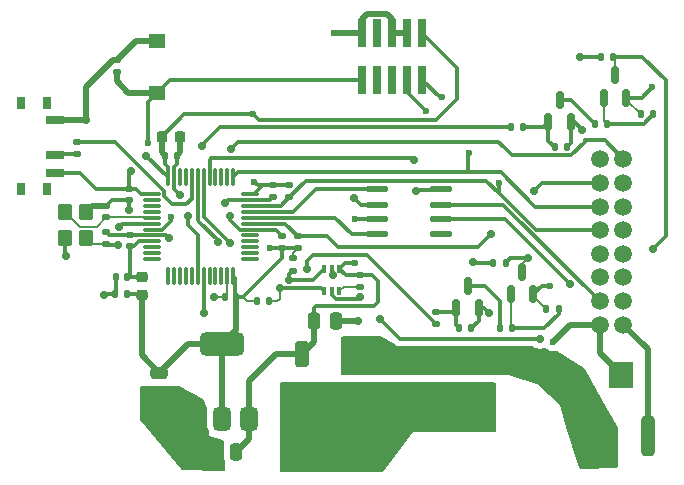
<source format=gbr>
%TF.GenerationSoftware,KiCad,Pcbnew,9.0.2*%
%TF.CreationDate,2025-06-28T10:42:52+02:00*%
%TF.ProjectId,canbox2,63616e62-6f78-4322-9e6b-696361645f70,rev?*%
%TF.SameCoordinates,Original*%
%TF.FileFunction,Copper,L1,Top*%
%TF.FilePolarity,Positive*%
%FSLAX46Y46*%
G04 Gerber Fmt 4.6, Leading zero omitted, Abs format (unit mm)*
G04 Created by KiCad (PCBNEW 9.0.2) date 2025-06-28 10:42:52*
%MOMM*%
%LPD*%
G01*
G04 APERTURE LIST*
G04 Aperture macros list*
%AMRoundRect*
0 Rectangle with rounded corners*
0 $1 Rounding radius*
0 $2 $3 $4 $5 $6 $7 $8 $9 X,Y pos of 4 corners*
0 Add a 4 corners polygon primitive as box body*
4,1,4,$2,$3,$4,$5,$6,$7,$8,$9,$2,$3,0*
0 Add four circle primitives for the rounded corners*
1,1,$1+$1,$2,$3*
1,1,$1+$1,$4,$5*
1,1,$1+$1,$6,$7*
1,1,$1+$1,$8,$9*
0 Add four rect primitives between the rounded corners*
20,1,$1+$1,$2,$3,$4,$5,0*
20,1,$1+$1,$4,$5,$6,$7,0*
20,1,$1+$1,$6,$7,$8,$9,0*
20,1,$1+$1,$8,$9,$2,$3,0*%
G04 Aperture macros list end*
%TA.AperFunction,SMDPad,CuDef*%
%ADD10RoundRect,0.250000X-0.650000X0.325000X-0.650000X-0.325000X0.650000X-0.325000X0.650000X0.325000X0*%
%TD*%
%TA.AperFunction,SMDPad,CuDef*%
%ADD11RoundRect,0.250000X0.250000X0.475000X-0.250000X0.475000X-0.250000X-0.475000X0.250000X-0.475000X0*%
%TD*%
%TA.AperFunction,SMDPad,CuDef*%
%ADD12RoundRect,0.135000X-0.135000X-0.185000X0.135000X-0.185000X0.135000X0.185000X-0.135000X0.185000X0*%
%TD*%
%TA.AperFunction,SMDPad,CuDef*%
%ADD13RoundRect,0.075000X-0.662500X-0.075000X0.662500X-0.075000X0.662500X0.075000X-0.662500X0.075000X0*%
%TD*%
%TA.AperFunction,SMDPad,CuDef*%
%ADD14RoundRect,0.075000X-0.075000X-0.662500X0.075000X-0.662500X0.075000X0.662500X-0.075000X0.662500X0*%
%TD*%
%TA.AperFunction,SMDPad,CuDef*%
%ADD15RoundRect,0.140000X0.170000X-0.140000X0.170000X0.140000X-0.170000X0.140000X-0.170000X-0.140000X0*%
%TD*%
%TA.AperFunction,SMDPad,CuDef*%
%ADD16RoundRect,0.150000X0.150000X-0.587500X0.150000X0.587500X-0.150000X0.587500X-0.150000X-0.587500X0*%
%TD*%
%TA.AperFunction,SMDPad,CuDef*%
%ADD17RoundRect,0.135000X0.135000X0.185000X-0.135000X0.185000X-0.135000X-0.185000X0.135000X-0.185000X0*%
%TD*%
%TA.AperFunction,SMDPad,CuDef*%
%ADD18RoundRect,0.100000X-0.100000X0.225000X-0.100000X-0.225000X0.100000X-0.225000X0.100000X0.225000X0*%
%TD*%
%TA.AperFunction,SMDPad,CuDef*%
%ADD19RoundRect,0.250000X-0.475000X0.250000X-0.475000X-0.250000X0.475000X-0.250000X0.475000X0.250000X0*%
%TD*%
%TA.AperFunction,SMDPad,CuDef*%
%ADD20RoundRect,0.135000X0.185000X-0.135000X0.185000X0.135000X-0.185000X0.135000X-0.185000X-0.135000X0*%
%TD*%
%TA.AperFunction,SMDPad,CuDef*%
%ADD21RoundRect,0.140000X-0.140000X-0.170000X0.140000X-0.170000X0.140000X0.170000X-0.140000X0.170000X0*%
%TD*%
%TA.AperFunction,SMDPad,CuDef*%
%ADD22RoundRect,0.250000X-0.312500X-1.450000X0.312500X-1.450000X0.312500X1.450000X-0.312500X1.450000X0*%
%TD*%
%TA.AperFunction,SMDPad,CuDef*%
%ADD23R,0.800000X1.000000*%
%TD*%
%TA.AperFunction,SMDPad,CuDef*%
%ADD24R,1.500000X0.700000*%
%TD*%
%TA.AperFunction,SMDPad,CuDef*%
%ADD25RoundRect,0.140000X-0.170000X0.140000X-0.170000X-0.140000X0.170000X-0.140000X0.170000X0.140000X0*%
%TD*%
%TA.AperFunction,SMDPad,CuDef*%
%ADD26RoundRect,0.135000X-0.185000X0.135000X-0.185000X-0.135000X0.185000X-0.135000X0.185000X0.135000X0*%
%TD*%
%TA.AperFunction,SMDPad,CuDef*%
%ADD27RoundRect,0.250000X-0.250000X-0.475000X0.250000X-0.475000X0.250000X0.475000X-0.250000X0.475000X0*%
%TD*%
%TA.AperFunction,SMDPad,CuDef*%
%ADD28O,1.950000X0.570000*%
%TD*%
%TA.AperFunction,SMDPad,CuDef*%
%ADD29RoundRect,0.140000X0.140000X0.170000X-0.140000X0.170000X-0.140000X-0.170000X0.140000X-0.170000X0*%
%TD*%
%TA.AperFunction,SMDPad,CuDef*%
%ADD30R,0.740000X2.400000*%
%TD*%
%TA.AperFunction,SMDPad,CuDef*%
%ADD31RoundRect,0.225000X-0.225000X-0.250000X0.225000X-0.250000X0.225000X0.250000X-0.225000X0.250000X0*%
%TD*%
%TA.AperFunction,SMDPad,CuDef*%
%ADD32R,2.050000X2.240000*%
%TD*%
%TA.AperFunction,SMDPad,CuDef*%
%ADD33RoundRect,0.375000X0.375000X-0.625000X0.375000X0.625000X-0.375000X0.625000X-0.375000X-0.625000X0*%
%TD*%
%TA.AperFunction,SMDPad,CuDef*%
%ADD34RoundRect,0.500000X1.400000X-0.500000X1.400000X0.500000X-1.400000X0.500000X-1.400000X-0.500000X0*%
%TD*%
%TA.AperFunction,SMDPad,CuDef*%
%ADD35R,1.360000X1.230000*%
%TD*%
%TA.AperFunction,SMDPad,CuDef*%
%ADD36RoundRect,0.250000X-0.350000X0.450000X-0.350000X-0.450000X0.350000X-0.450000X0.350000X0.450000X0*%
%TD*%
%TA.AperFunction,SMDPad,CuDef*%
%ADD37RoundRect,0.250000X-0.350000X0.850000X-0.350000X-0.850000X0.350000X-0.850000X0.350000X0.850000X0*%
%TD*%
%TA.AperFunction,SMDPad,CuDef*%
%ADD38RoundRect,0.249997X-2.650003X2.950003X-2.650003X-2.950003X2.650003X-2.950003X2.650003X2.950003X0*%
%TD*%
%TA.AperFunction,ComponentPad*%
%ADD39C,1.520000*%
%TD*%
%TA.AperFunction,SMDPad,CuDef*%
%ADD40RoundRect,0.218750X-0.256250X0.218750X-0.256250X-0.218750X0.256250X-0.218750X0.256250X0.218750X0*%
%TD*%
%TA.AperFunction,ViaPad*%
%ADD41C,0.600000*%
%TD*%
%TA.AperFunction,ViaPad*%
%ADD42C,0.700000*%
%TD*%
%TA.AperFunction,Conductor*%
%ADD43C,0.500000*%
%TD*%
%TA.AperFunction,Conductor*%
%ADD44C,0.300000*%
%TD*%
%TA.AperFunction,Conductor*%
%ADD45C,0.200000*%
%TD*%
G04 APERTURE END LIST*
D10*
%TO.P,C18,1*%
%TO.N,+12V*%
X72100000Y-83050000D03*
%TO.P,C18,2*%
%TO.N,GND*%
X72100000Y-86000000D03*
%TD*%
D11*
%TO.P,C12,1*%
%TO.N,+5V*%
X51300000Y-90900000D03*
%TO.P,C12,2*%
%TO.N,GND*%
X49400000Y-90900000D03*
%TD*%
D12*
%TO.P,R6,1*%
%TO.N,/GPIO_ACC*%
X74580000Y-63400000D03*
%TO.P,R6,2*%
%TO.N,Net-(Q1-B)*%
X75600000Y-63400000D03*
%TD*%
D13*
%TO.P,U1,1,VBAT*%
%TO.N,+3.3V*%
X44137500Y-69050000D03*
%TO.P,U1,2,PC13*%
%TO.N,unconnected-(U1-PC13-Pad2)*%
X44137500Y-69550000D03*
%TO.P,U1,3,PC14*%
%TO.N,unconnected-(U1-PC14-Pad3)*%
X44137500Y-70050000D03*
%TO.P,U1,4,PC15*%
%TO.N,unconnected-(U1-PC15-Pad4)*%
X44137500Y-70550000D03*
%TO.P,U1,5,PD0*%
%TO.N,/HSE_IN*%
X44137500Y-71050000D03*
%TO.P,U1,6,PD1*%
%TO.N,/HSE_OUT*%
X44137500Y-71550000D03*
%TO.P,U1,7,NRST*%
%TO.N,/NRST*%
X44137500Y-72050000D03*
%TO.P,U1,8,VSSA*%
%TO.N,GND*%
X44137500Y-72550000D03*
%TO.P,U1,9,VDDA*%
%TO.N,+3.3VA*%
X44137500Y-73050000D03*
%TO.P,U1,10,PA0*%
%TO.N,unconnected-(U1-PA0-Pad10)*%
X44137500Y-73550000D03*
%TO.P,U1,11,PA1*%
%TO.N,unconnected-(U1-PA1-Pad11)*%
X44137500Y-74050000D03*
%TO.P,U1,12,PA2*%
%TO.N,unconnected-(U1-PA2-Pad12)*%
X44137500Y-74550000D03*
D14*
%TO.P,U1,13,PA3*%
%TO.N,unconnected-(U1-PA3-Pad13)*%
X45550000Y-75962500D03*
%TO.P,U1,14,PA4*%
%TO.N,unconnected-(U1-PA4-Pad14)*%
X46050000Y-75962500D03*
%TO.P,U1,15,PA5*%
%TO.N,unconnected-(U1-PA5-Pad15)*%
X46550000Y-75962500D03*
%TO.P,U1,16,PA6*%
%TO.N,unconnected-(U1-PA6-Pad16)*%
X47050000Y-75962500D03*
%TO.P,U1,17,PA7*%
%TO.N,unconnected-(U1-PA7-Pad17)*%
X47550000Y-75962500D03*
%TO.P,U1,18,PB0*%
%TO.N,/GPIO_ACC*%
X48050000Y-75962500D03*
%TO.P,U1,19,PB1*%
%TO.N,/GPIO_ILL*%
X48550000Y-75962500D03*
%TO.P,U1,20,PB2*%
%TO.N,unconnected-(U1-PB2-Pad20)*%
X49050000Y-75962500D03*
%TO.P,U1,21,PB10*%
%TO.N,unconnected-(U1-PB10-Pad21)*%
X49550000Y-75962500D03*
%TO.P,U1,22,PB11*%
%TO.N,unconnected-(U1-PB11-Pad22)*%
X50050000Y-75962500D03*
%TO.P,U1,23,VSS*%
%TO.N,GND*%
X50550000Y-75962500D03*
%TO.P,U1,24,VDD*%
%TO.N,+3.3V*%
X51050000Y-75962500D03*
D13*
%TO.P,U1,25,PB12*%
%TO.N,unconnected-(U1-PB12-Pad25)*%
X52462500Y-74550000D03*
%TO.P,U1,26,PB13*%
%TO.N,unconnected-(U1-PB13-Pad26)*%
X52462500Y-74050000D03*
%TO.P,U1,27,PB14*%
%TO.N,unconnected-(U1-PB14-Pad27)*%
X52462500Y-73550000D03*
%TO.P,U1,28,PB15*%
%TO.N,unconnected-(U1-PB15-Pad28)*%
X52462500Y-73050000D03*
%TO.P,U1,29,PA8*%
%TO.N,unconnected-(U1-PA8-Pad29)*%
X52462500Y-72550000D03*
%TO.P,U1,30,PA9*%
%TO.N,/USART1_TX*%
X52462500Y-72050000D03*
%TO.P,U1,31,PA10*%
%TO.N,/USART1_RX*%
X52462500Y-71550000D03*
%TO.P,U1,32,PA11*%
%TO.N,/CANRX*%
X52462500Y-71050000D03*
%TO.P,U1,33,PA12*%
%TO.N,/CANTX*%
X52462500Y-70550000D03*
%TO.P,U1,34,PA13*%
%TO.N,/SWDIO*%
X52462500Y-70050000D03*
%TO.P,U1,35,VSS*%
%TO.N,GND*%
X52462500Y-69550000D03*
%TO.P,U1,36,VDD*%
%TO.N,+3.3V*%
X52462500Y-69050000D03*
D14*
%TO.P,U1,37,PA14*%
%TO.N,/SWCLK*%
X51050000Y-67637500D03*
%TO.P,U1,38,PA15*%
%TO.N,unconnected-(U1-PA15-Pad38)*%
X50550000Y-67637500D03*
%TO.P,U1,39,PB3*%
%TO.N,unconnected-(U1-PB3-Pad39)*%
X50050000Y-67637500D03*
%TO.P,U1,40,PB4*%
%TO.N,unconnected-(U1-PB4-Pad40)*%
X49550000Y-67637500D03*
%TO.P,U1,41,PB5*%
%TO.N,/CANSTB*%
X49050000Y-67637500D03*
%TO.P,U1,42,PB6*%
%TO.N,/I2C1_SCL*%
X48550000Y-67637500D03*
%TO.P,U1,43,PB7*%
%TO.N,/I2C1_SCDA*%
X48050000Y-67637500D03*
%TO.P,U1,44,BOOT0*%
%TO.N,/BOOT0*%
X47550000Y-67637500D03*
%TO.P,U1,45,PB8*%
%TO.N,unconnected-(U1-PB8-Pad45)*%
X47050000Y-67637500D03*
%TO.P,U1,46,PB9*%
%TO.N,unconnected-(U1-PB9-Pad46)*%
X46550000Y-67637500D03*
%TO.P,U1,47,VSS*%
%TO.N,GND*%
X46050000Y-67637500D03*
%TO.P,U1,48,VDD*%
%TO.N,+3.3V*%
X45550000Y-67637500D03*
%TD*%
D15*
%TO.P,C11,1*%
%TO.N,/HSE_OUT*%
X40300000Y-73260000D03*
%TO.P,C11,2*%
%TO.N,GND*%
X40300000Y-72300000D03*
%TD*%
D16*
%TO.P,Q2,1,G*%
%TO.N,Net-(Q2-G)*%
X82450000Y-60875000D03*
%TO.P,Q2,2,S*%
%TO.N,+12V*%
X84350000Y-60875000D03*
%TO.P,Q2,3,D*%
%TO.N,/ACC*%
X83400000Y-59000000D03*
%TD*%
%TO.P,Q1,1,B*%
%TO.N,Net-(Q1-B)*%
X77750000Y-62975000D03*
%TO.P,Q1,2,E*%
%TO.N,GND*%
X79650000Y-62975000D03*
%TO.P,Q1,3,C*%
%TO.N,Net-(Q1-C)*%
X78700000Y-61100000D03*
%TD*%
D15*
%TO.P,C9,1*%
%TO.N,/NRST*%
X41200000Y-58680000D03*
%TO.P,C9,2*%
%TO.N,GND*%
X41200000Y-57720000D03*
%TD*%
D17*
%TO.P,R14,1*%
%TO.N,Net-(Q4-G)*%
X78600000Y-78800000D03*
%TO.P,R14,2*%
%TO.N,+12V*%
X77580000Y-78800000D03*
%TD*%
D18*
%TO.P,U6,1,VDD*%
%TO.N,+5V*%
X60050000Y-75350000D03*
%TO.P,U6,2,VSS*%
%TO.N,GND*%
X59400000Y-75350000D03*
%TO.P,U6,3,SCL*%
%TO.N,/I2C1_SCL*%
X58750000Y-75350000D03*
%TO.P,U6,4,SDA*%
%TO.N,/I2C1_SCDA*%
X58750000Y-77250000D03*
%TO.P,U6,5,W*%
%TO.N,/SWC*%
X59400000Y-77250000D03*
%TO.P,U6,6,A*%
%TO.N,Net-(U6-A)*%
X60050000Y-77250000D03*
%TD*%
D15*
%TO.P,C6,1*%
%TO.N,+3.3VA*%
X42300000Y-73460000D03*
%TO.P,C6,2*%
%TO.N,GND*%
X42300000Y-72500000D03*
%TD*%
D17*
%TO.P,R10,1*%
%TO.N,Net-(Q2-G)*%
X86620000Y-62300000D03*
%TO.P,R10,2*%
%TO.N,+12V*%
X85600000Y-62300000D03*
%TD*%
D19*
%TO.P,C13,1*%
%TO.N,+3.3V*%
X44800000Y-84200000D03*
%TO.P,C13,2*%
%TO.N,GND*%
X44800000Y-86100000D03*
%TD*%
D20*
%TO.P,R1,1*%
%TO.N,/SW_BOOT0*%
X37820000Y-65620000D03*
%TO.P,R1,2*%
%TO.N,/BOOT0*%
X37820000Y-64600000D03*
%TD*%
D10*
%TO.P,C16,1*%
%TO.N,+12V*%
X69500000Y-83050000D03*
%TO.P,C16,2*%
%TO.N,GND*%
X69500000Y-86000000D03*
%TD*%
D21*
%TO.P,C2,1*%
%TO.N,+3.3V*%
X45320000Y-65800000D03*
%TO.P,C2,2*%
%TO.N,GND*%
X46280000Y-65800000D03*
%TD*%
D20*
%TO.P,R4,1*%
%TO.N,+3.3V*%
X55200000Y-73600000D03*
%TO.P,R4,2*%
%TO.N,/USART1_TX*%
X55200000Y-72580000D03*
%TD*%
D10*
%TO.P,C17,1*%
%TO.N,+12V*%
X66700000Y-83050000D03*
%TO.P,C17,2*%
%TO.N,GND*%
X66700000Y-86000000D03*
%TD*%
D22*
%TO.P,F1,1*%
%TO.N,+12V*%
X81900000Y-89500000D03*
%TO.P,F1,2*%
%TO.N,VCAR*%
X86175000Y-89500000D03*
%TD*%
D23*
%TO.P,SW1,*%
%TO.N,*%
X35300000Y-61350000D03*
X33090000Y-61350000D03*
X35300000Y-68650000D03*
X33090000Y-68650000D03*
D24*
%TO.P,SW1,1,A*%
%TO.N,GND*%
X35950000Y-62750000D03*
%TO.P,SW1,2,B*%
%TO.N,/SW_BOOT0*%
X35950000Y-65750000D03*
%TO.P,SW1,3,C*%
%TO.N,+3.3V*%
X35950000Y-67250000D03*
%TD*%
D25*
%TO.P,C3,1*%
%TO.N,+3.3V*%
X54400000Y-68320000D03*
%TO.P,C3,2*%
%TO.N,GND*%
X54400000Y-69280000D03*
%TD*%
D26*
%TO.P,R16,1*%
%TO.N,+3.3V*%
X56100000Y-74500000D03*
%TO.P,R16,2*%
%TO.N,/I2C1_SCL*%
X56100000Y-75520000D03*
%TD*%
D27*
%TO.P,C15,1*%
%TO.N,+5V*%
X57900000Y-79800000D03*
%TO.P,C15,2*%
%TO.N,GND*%
X59800000Y-79800000D03*
%TD*%
D12*
%TO.P,R7,1*%
%TO.N,Net-(Q1-B)*%
X78280000Y-65100000D03*
%TO.P,R7,2*%
%TO.N,GND*%
X79300000Y-65100000D03*
%TD*%
D28*
%TO.P,U3,1,TXD*%
%TO.N,/CANTX*%
X63190000Y-68654995D03*
%TO.P,U3,2,GND*%
%TO.N,GND*%
X63190000Y-69934995D03*
%TO.P,U3,3,VCC*%
%TO.N,+5V*%
X63190000Y-71194995D03*
%TO.P,U3,4,RXD*%
%TO.N,/CANRX*%
X63190000Y-72464995D03*
%TO.P,U3,5,SPLIT*%
%TO.N,unconnected-(U3-SPLIT-Pad5)*%
X68610000Y-72464995D03*
%TO.P,U3,6,CANL*%
%TO.N,/CANL*%
X68610000Y-71194995D03*
%TO.P,U3,7,CANH*%
%TO.N,/CANH*%
X68610000Y-69934995D03*
%TO.P,U3,8,STB*%
%TO.N,/CANSTB*%
X68610000Y-68654995D03*
%TD*%
D29*
%TO.P,C4,1*%
%TO.N,+3.3V*%
X51280000Y-77800000D03*
%TO.P,C4,2*%
%TO.N,GND*%
X50320000Y-77800000D03*
%TD*%
D26*
%TO.P,R5,1*%
%TO.N,+5V*%
X61800000Y-75880000D03*
%TO.P,R5,2*%
%TO.N,Net-(U6-A)*%
X61800000Y-76900000D03*
%TD*%
D29*
%TO.P,C8,1*%
%TO.N,+3.3V*%
X42030000Y-77550000D03*
%TO.P,C8,2*%
%TO.N,GND*%
X41070000Y-77550000D03*
%TD*%
D26*
%TO.P,R2,1*%
%TO.N,+3.3V*%
X55800000Y-68300000D03*
%TO.P,R2,2*%
%TO.N,/SWDIO*%
X55800000Y-69320000D03*
%TD*%
D12*
%TO.P,R17,1*%
%TO.N,+3.3V*%
X53080000Y-78100000D03*
%TO.P,R17,2*%
%TO.N,/I2C1_SCDA*%
X54100000Y-78100000D03*
%TD*%
D25*
%TO.P,C1,1*%
%TO.N,+3.3V*%
X42200000Y-68600000D03*
%TO.P,C1,2*%
%TO.N,GND*%
X42200000Y-69560000D03*
%TD*%
D12*
%TO.P,R8,1*%
%TO.N,Net-(Q1-C)*%
X81680000Y-63100000D03*
%TO.P,R8,2*%
%TO.N,Net-(Q2-G)*%
X82700000Y-63100000D03*
%TD*%
D30*
%TO.P,J1,1,VTref*%
%TO.N,+3.3V*%
X67040000Y-55450000D03*
%TO.P,J1,2,SWDIO/TMS*%
%TO.N,/SWDIO*%
X67040000Y-59350000D03*
%TO.P,J1,3,GND*%
%TO.N,GND*%
X65770000Y-55450000D03*
%TO.P,J1,4,SWCLK/TCK*%
%TO.N,/SWCLK*%
X65770000Y-59350000D03*
%TO.P,J1,5,GND*%
%TO.N,GND*%
X64500000Y-55450000D03*
%TO.P,J1,6,SWO/TDO*%
%TO.N,unconnected-(J1-SWO{slash}TDO-Pad6)*%
X64500000Y-59350000D03*
%TO.P,J1,7,KEY*%
%TO.N,unconnected-(J1-KEY-Pad7)*%
X63230000Y-55450000D03*
%TO.P,J1,8,NC/TDI*%
%TO.N,unconnected-(J1-NC{slash}TDI-Pad8)*%
X63230000Y-59350000D03*
%TO.P,J1,9,GNDDetect*%
%TO.N,GND*%
X61960000Y-55450000D03*
%TO.P,J1,10,~{RESET}*%
%TO.N,/NRST*%
X61960000Y-59350000D03*
%TD*%
D31*
%TO.P,C5,1*%
%TO.N,+3.3V*%
X45025000Y-64200000D03*
%TO.P,C5,2*%
%TO.N,GND*%
X46575000Y-64200000D03*
%TD*%
D20*
%TO.P,R11,1*%
%TO.N,/GPIO_ILL*%
X68200000Y-80020000D03*
%TO.P,R11,2*%
%TO.N,Net-(Q3-B)*%
X68200000Y-79000000D03*
%TD*%
D15*
%TO.P,C10,1*%
%TO.N,/HSE_IN*%
X40300000Y-71010000D03*
%TO.P,C10,2*%
%TO.N,GND*%
X40300000Y-70050000D03*
%TD*%
D32*
%TO.P,D1,1,K*%
%TO.N,GND*%
X83900000Y-84400000D03*
%TO.P,D1,2,A*%
%TO.N,+12V*%
X78720000Y-84400000D03*
%TD*%
D33*
%TO.P,U2,1,GND*%
%TO.N,GND*%
X47800000Y-88050000D03*
%TO.P,U2,2,VO*%
%TO.N,+3.3V*%
X50100000Y-88050000D03*
D34*
X50100000Y-81750000D03*
D33*
%TO.P,U2,3,VI*%
%TO.N,+5V*%
X52400000Y-88050000D03*
%TD*%
D12*
%TO.P,R12,1*%
%TO.N,Net-(Q3-B)*%
X70200000Y-80400000D03*
%TO.P,R12,2*%
%TO.N,GND*%
X71220000Y-80400000D03*
%TD*%
D16*
%TO.P,Q4,1,G*%
%TO.N,Net-(Q4-G)*%
X74550000Y-77537500D03*
%TO.P,Q4,2,S*%
%TO.N,+12V*%
X76450000Y-77537500D03*
%TO.P,Q4,3,D*%
%TO.N,/ILL*%
X75500000Y-75662500D03*
%TD*%
D35*
%TO.P,SW2,1,1*%
%TO.N,GND*%
X44600000Y-56120000D03*
%TO.P,SW2,2,2*%
%TO.N,/NRST*%
X44600000Y-60480000D03*
%TD*%
D36*
%TO.P,Y1,1,1*%
%TO.N,/HSE_IN*%
X36850000Y-70600000D03*
%TO.P,Y1,2,2*%
%TO.N,GND*%
X36850000Y-72800000D03*
%TO.P,Y1,3,3*%
%TO.N,/HSE_OUT*%
X38550000Y-72800000D03*
%TO.P,Y1,4,4*%
%TO.N,GND*%
X38550000Y-70600000D03*
%TD*%
D16*
%TO.P,Q3,1,B*%
%TO.N,Net-(Q3-B)*%
X69950000Y-78675000D03*
%TO.P,Q3,2,E*%
%TO.N,GND*%
X71850000Y-78675000D03*
%TO.P,Q3,3,C*%
%TO.N,Net-(Q3-C)*%
X70900000Y-76800000D03*
%TD*%
D19*
%TO.P,C14,1*%
%TO.N,+12V*%
X64100000Y-83700000D03*
%TO.P,C14,2*%
%TO.N,GND*%
X64100000Y-85600000D03*
%TD*%
D17*
%TO.P,R9,1*%
%TO.N,/ACC*%
X83200000Y-57400000D03*
%TO.P,R9,2*%
%TO.N,GND*%
X82180000Y-57400000D03*
%TD*%
D37*
%TO.P,U4,1,VI*%
%TO.N,+12V*%
X61407500Y-82600000D03*
D38*
%TO.P,U4,2,GND*%
%TO.N,GND*%
X59127500Y-88900000D03*
D37*
%TO.P,U4,3,VO*%
%TO.N,+5V*%
X56847500Y-82600000D03*
%TD*%
D39*
%TO.P,U5,1,1*%
%TO.N,/USART1_TX*%
X84100000Y-66100000D03*
%TO.P,U5,2,2*%
%TO.N,GND*%
X82100000Y-66100000D03*
%TO.P,U5,3,3*%
%TO.N,unconnected-(U5-Pad3)*%
X84100000Y-68100000D03*
%TO.P,U5,4,4*%
%TO.N,/USART1_RX*%
X82100000Y-68100000D03*
%TO.P,U5,5,5*%
%TO.N,unconnected-(U5-Pad5)*%
X84100000Y-70100000D03*
%TO.P,U5,6,6*%
%TO.N,/SWCLK*%
X82100000Y-70100000D03*
%TO.P,U5,7,7*%
%TO.N,/SWC*%
X84100000Y-72100000D03*
%TO.P,U5,8,8*%
%TO.N,/SWDIO*%
X82100000Y-72100000D03*
%TO.P,U5,9,9*%
%TO.N,unconnected-(U5-Pad9)*%
X84100000Y-74100000D03*
%TO.P,U5,10,10*%
%TO.N,unconnected-(U5-Pad10)*%
X82100000Y-74100000D03*
%TO.P,U5,11,11*%
%TO.N,/ACC*%
X84100000Y-76100000D03*
%TO.P,U5,12,12*%
%TO.N,/ILL*%
X82100000Y-76100000D03*
%TO.P,U5,13,13*%
%TO.N,/CANL*%
X84100000Y-78100000D03*
%TO.P,U5,14,14*%
%TO.N,/CANH*%
X82100000Y-78100000D03*
%TO.P,U5,15,15*%
%TO.N,VCAR*%
X84100000Y-80100000D03*
%TO.P,U5,16,16*%
%TO.N,GND*%
X82100000Y-80100000D03*
%TD*%
D40*
%TO.P,FB1,1*%
%TO.N,+3.3VA*%
X43300000Y-76050000D03*
%TO.P,FB1,2*%
%TO.N,+3.3V*%
X43300000Y-77625000D03*
%TD*%
D29*
%TO.P,C7,1*%
%TO.N,+3.3VA*%
X42050000Y-76050000D03*
%TO.P,C7,2*%
%TO.N,GND*%
X41090000Y-76050000D03*
%TD*%
D17*
%TO.P,R15,1*%
%TO.N,/ILL*%
X74110000Y-74900000D03*
%TO.P,R15,2*%
%TO.N,GND*%
X73090000Y-74900000D03*
%TD*%
D20*
%TO.P,R3,1*%
%TO.N,+3.3V*%
X56500000Y-73620000D03*
%TO.P,R3,2*%
%TO.N,/USART1_RX*%
X56500000Y-72600000D03*
%TD*%
D12*
%TO.P,R13,1*%
%TO.N,Net-(Q3-C)*%
X73680000Y-80400000D03*
%TO.P,R13,2*%
%TO.N,Net-(Q4-G)*%
X74700000Y-80400000D03*
%TD*%
D41*
%TO.N,+3.3V*%
X52800000Y-68000000D03*
D42*
X43700000Y-65800000D03*
X42400000Y-67100000D03*
D41*
X54200000Y-73600000D03*
X52700000Y-62300000D03*
D42*
%TO.N,GND*%
X42200000Y-70360000D03*
X50400000Y-69800000D03*
X71400000Y-74800000D03*
D41*
X72100000Y-87400000D03*
D42*
X47200000Y-91000000D03*
X49400000Y-77800000D03*
X44300000Y-88000000D03*
X36900000Y-74300000D03*
X40100000Y-77600000D03*
D41*
X66700000Y-87200000D03*
X63600000Y-88900000D03*
D42*
X61600000Y-79800000D03*
X46554000Y-69100000D03*
X38620000Y-62800000D03*
X59463891Y-75913885D03*
X80600000Y-63600000D03*
X80400000Y-57400000D03*
X61300000Y-69400000D03*
X45600000Y-72800000D03*
D41*
X64100000Y-86900000D03*
X69500000Y-87400000D03*
D42*
X72700000Y-79100000D03*
D41*
X78150000Y-81550000D03*
X59600000Y-55400000D03*
%TO.N,/NRST*%
X45800000Y-71000000D03*
X43800000Y-64700000D03*
D42*
%TO.N,/HSE_OUT*%
X41400000Y-71800000D03*
X41300000Y-73400000D03*
D41*
%TO.N,+5V*%
X61400000Y-71200000D03*
X61400000Y-74900000D03*
%TO.N,/SWCLK*%
X71000000Y-65600000D03*
X67400000Y-62000000D03*
D42*
%TO.N,/I2C1_SCL*%
X50800000Y-73200000D03*
X55800000Y-76300000D03*
%TO.N,/GPIO_ACC*%
X47200000Y-70900000D03*
X48400000Y-65000000D03*
D41*
%TO.N,+12V*%
X86500000Y-60000000D03*
X77900000Y-76800000D03*
D42*
X74400000Y-82300000D03*
%TO.N,/CANSTB*%
X66400000Y-66200000D03*
X66500000Y-68800000D03*
%TO.N,/USART1_RX*%
X76500000Y-68800000D03*
X72900000Y-72400000D03*
%TO.N,/I2C1_SCDA*%
X49755025Y-73144975D03*
X55000000Y-77000000D03*
D41*
%TO.N,/SWDIO*%
X73600000Y-68100000D03*
X68750000Y-60850000D03*
D42*
%TO.N,/USART1_TX*%
X50900000Y-65200000D03*
X50800000Y-70900000D03*
%TO.N,/GPIO_ILL*%
X57300000Y-75400000D03*
X48600000Y-79100000D03*
%TO.N,/ACC*%
X86600000Y-73700000D03*
%TO.N,/ILL*%
X76000000Y-74500000D03*
%TO.N,/CANL*%
X79600000Y-76700000D03*
%TO.N,/SWC*%
X61800000Y-77800000D03*
X63500000Y-79600000D03*
X77000000Y-81300000D03*
%TD*%
D43*
%TO.N,+3.3V*%
X51280000Y-80570000D02*
X51280000Y-77800000D01*
D44*
X70000000Y-61000000D02*
X68200000Y-62800000D01*
D43*
X43300000Y-82700000D02*
X44800000Y-84200000D01*
X45025000Y-64200000D02*
X45025000Y-65505000D01*
D44*
X38070000Y-67250000D02*
X39420000Y-68600000D01*
D43*
X47250000Y-81750000D02*
X44800000Y-84200000D01*
D44*
X55200000Y-74500000D02*
X55200000Y-73600000D01*
X45550000Y-67637500D02*
X45537500Y-67637500D01*
X67040000Y-55450000D02*
X70000000Y-58410000D01*
X39420000Y-68600000D02*
X42420000Y-68600000D01*
X45550000Y-67637500D02*
X45550000Y-66750000D01*
X51050000Y-75962500D02*
X51200000Y-76112500D01*
X42030000Y-77550000D02*
X43225000Y-77550000D01*
D45*
X56100000Y-74020000D02*
X56500000Y-73620000D01*
D44*
X52462500Y-69050000D02*
X52850000Y-69050000D01*
X44137500Y-69050000D02*
X43250000Y-69050000D01*
X55200000Y-73600000D02*
X54200000Y-73600000D01*
X46925000Y-62300000D02*
X45025000Y-64200000D01*
X45320000Y-66520000D02*
X45320000Y-65800000D01*
X35950000Y-67250000D02*
X38070000Y-67250000D01*
X53200000Y-62800000D02*
X52700000Y-62300000D01*
D43*
X50100000Y-81750000D02*
X51280000Y-80570000D01*
D44*
X53580000Y-68320000D02*
X54400000Y-68320000D01*
X45537500Y-67637500D02*
X43700000Y-65800000D01*
X70000000Y-58410000D02*
X70000000Y-61000000D01*
D45*
X52200000Y-78100000D02*
X51900000Y-77800000D01*
D44*
X52700000Y-62300000D02*
X46925000Y-62300000D01*
D45*
X53080000Y-78100000D02*
X52200000Y-78100000D01*
D44*
X53120000Y-68320000D02*
X52800000Y-68000000D01*
D43*
X50350000Y-88050000D02*
X50400000Y-88100000D01*
D44*
X51200000Y-76112500D02*
X51200000Y-77720000D01*
X45550000Y-66750000D02*
X45320000Y-66520000D01*
X51280000Y-77800000D02*
X51900000Y-77800000D01*
X51900000Y-77800000D02*
X55200000Y-74500000D01*
X42800000Y-68600000D02*
X42200000Y-68600000D01*
X56500000Y-73620000D02*
X55220000Y-73620000D01*
D43*
X50100000Y-88050000D02*
X50350000Y-88050000D01*
D44*
X43250000Y-69050000D02*
X42800000Y-68600000D01*
D45*
X56100000Y-74500000D02*
X56100000Y-74020000D01*
D44*
X68200000Y-62800000D02*
X53200000Y-62800000D01*
X54400000Y-68320000D02*
X53120000Y-68320000D01*
X51200000Y-77720000D02*
X51280000Y-77800000D01*
D43*
X45025000Y-65505000D02*
X45320000Y-65800000D01*
D44*
X55780000Y-68320000D02*
X55800000Y-68300000D01*
D43*
X50100000Y-81750000D02*
X47250000Y-81750000D01*
D44*
X43600000Y-65700000D02*
X43700000Y-65800000D01*
X42200000Y-68600000D02*
X42200000Y-67300000D01*
X42200000Y-67300000D02*
X42400000Y-67100000D01*
X55200000Y-73600000D02*
X55220000Y-73620000D01*
D43*
X43300000Y-77625000D02*
X43300000Y-82700000D01*
D44*
X52850000Y-69050000D02*
X53580000Y-68320000D01*
D43*
X50100000Y-81750000D02*
X50100000Y-88050000D01*
D44*
X54400000Y-68320000D02*
X55780000Y-68320000D01*
X43225000Y-77550000D02*
X43300000Y-77625000D01*
D43*
%TO.N,GND*%
X40890001Y-57720000D02*
X41200000Y-57720000D01*
D44*
X52462500Y-69550000D02*
X54130000Y-69550000D01*
X44137500Y-72550000D02*
X42350000Y-72550000D01*
D45*
X50320000Y-77800000D02*
X49400000Y-77800000D01*
D43*
X44300000Y-86600000D02*
X44300000Y-88000000D01*
X72100000Y-86000000D02*
X72100000Y-87400000D01*
D44*
X41090000Y-76050000D02*
X41090000Y-77530000D01*
X63190000Y-69934995D02*
X61834995Y-69934995D01*
X71850000Y-79770000D02*
X71220000Y-80400000D01*
D43*
X61960000Y-54248000D02*
X62409000Y-53799000D01*
D44*
X44137500Y-72550000D02*
X45350000Y-72550000D01*
D43*
X38570000Y-62750000D02*
X38620000Y-62800000D01*
X44600000Y-56120000D02*
X42800000Y-56120000D01*
D44*
X40500000Y-72500000D02*
X40300000Y-72300000D01*
X41070000Y-77550000D02*
X40150000Y-77550000D01*
D43*
X62409000Y-53799000D02*
X64051000Y-53799000D01*
D44*
X73090000Y-74900000D02*
X71500000Y-74900000D01*
D43*
X47800000Y-88050000D02*
X47800000Y-89300000D01*
D44*
X79650000Y-62975000D02*
X79975000Y-62975000D01*
D43*
X64100000Y-85600000D02*
X64100000Y-86900000D01*
X79600000Y-80100000D02*
X82100000Y-80100000D01*
D44*
X50650000Y-69550000D02*
X50400000Y-69800000D01*
X61834995Y-69934995D02*
X61300000Y-69400000D01*
D43*
X61960000Y-55450000D02*
X59650000Y-55450000D01*
D44*
X79975000Y-62975000D02*
X80600000Y-63600000D01*
X41090000Y-77530000D02*
X41070000Y-77550000D01*
X46050000Y-68596000D02*
X46554000Y-69100000D01*
D43*
X42800000Y-56120000D02*
X41200000Y-57720000D01*
D44*
X79650000Y-64750000D02*
X79300000Y-65100000D01*
X42200000Y-72500000D02*
X40500000Y-72500000D01*
X40790000Y-69560000D02*
X40300000Y-70050000D01*
D43*
X38620000Y-62800000D02*
X38620000Y-59990001D01*
X61960000Y-55450000D02*
X61960000Y-54248000D01*
X39100000Y-70050000D02*
X40300000Y-70050000D01*
X66700000Y-86000000D02*
X66700000Y-87200000D01*
X59127500Y-88900000D02*
X63600000Y-88900000D01*
D44*
X42200000Y-69560000D02*
X40790000Y-69560000D01*
X71850000Y-78675000D02*
X71850000Y-79770000D01*
X36850000Y-74250000D02*
X36900000Y-74300000D01*
D43*
X46575000Y-64200000D02*
X46575000Y-65505000D01*
D44*
X79650000Y-62975000D02*
X79650000Y-64750000D01*
D43*
X49400000Y-90900000D02*
X47300000Y-90900000D01*
D44*
X46280000Y-66520000D02*
X46280000Y-65800000D01*
X59400000Y-75350000D02*
X59400000Y-75849994D01*
D43*
X64500000Y-55450000D02*
X65770000Y-55450000D01*
X47300000Y-90900000D02*
X47200000Y-91000000D01*
D44*
X54130000Y-69550000D02*
X54400000Y-69280000D01*
D43*
X82100000Y-80100000D02*
X82100000Y-82500000D01*
D44*
X46050000Y-67637500D02*
X46050000Y-66750000D01*
D43*
X83900000Y-84300000D02*
X83900000Y-84400000D01*
X38620000Y-59990001D02*
X40890001Y-57720000D01*
X38550000Y-70600000D02*
X39100000Y-70050000D01*
X78150000Y-81550000D02*
X79600000Y-80100000D01*
D44*
X42350000Y-72550000D02*
X42300000Y-72500000D01*
D43*
X64051000Y-53799000D02*
X64500000Y-54248000D01*
D44*
X59400000Y-75849994D02*
X59463891Y-75913885D01*
X82180000Y-57400000D02*
X80400000Y-57400000D01*
X46050000Y-67637500D02*
X46050000Y-68596000D01*
X36850000Y-72800000D02*
X36850000Y-74250000D01*
D43*
X59650000Y-55450000D02*
X59600000Y-55400000D01*
D44*
X42200000Y-69560000D02*
X42200000Y-70360000D01*
X45350000Y-72550000D02*
X45600000Y-72800000D01*
X72275000Y-78675000D02*
X72700000Y-79100000D01*
X71500000Y-74900000D02*
X71400000Y-74800000D01*
X71850000Y-78675000D02*
X72275000Y-78675000D01*
D45*
X50320000Y-77800000D02*
X50550000Y-77570000D01*
D43*
X64500000Y-54248000D02*
X64500000Y-55450000D01*
X47800000Y-88050000D02*
X46750000Y-88050000D01*
X35950000Y-62750000D02*
X38570000Y-62750000D01*
D45*
X50550000Y-77570000D02*
X50550000Y-75962500D01*
D43*
X46750000Y-88050000D02*
X44800000Y-86100000D01*
X44800000Y-86100000D02*
X44300000Y-86600000D01*
X46575000Y-65505000D02*
X46280000Y-65800000D01*
X69500000Y-86000000D02*
X69500000Y-87400000D01*
X82100000Y-82500000D02*
X83900000Y-84300000D01*
X59800000Y-79800000D02*
X61600000Y-79800000D01*
D44*
X40150000Y-77550000D02*
X40100000Y-77600000D01*
X46050000Y-66750000D02*
X46280000Y-66520000D01*
D43*
X47800000Y-89300000D02*
X49400000Y-90900000D01*
D44*
X52462500Y-69550000D02*
X50650000Y-69550000D01*
%TO.N,+3.3VA*%
X43300000Y-76050000D02*
X42050000Y-76050000D01*
X42300000Y-73460000D02*
X42640000Y-73460000D01*
X42300000Y-73460000D02*
X42300000Y-75800000D01*
X42640000Y-73460000D02*
X43050000Y-73050000D01*
X42300000Y-75800000D02*
X42050000Y-76050000D01*
X43050000Y-73050000D02*
X44137500Y-73050000D01*
%TO.N,/NRST*%
X45800000Y-71300000D02*
X45800000Y-71000000D01*
D43*
X41200000Y-59500000D02*
X42180000Y-60480000D01*
X41200000Y-58680000D02*
X41200000Y-59500000D01*
X42180000Y-60480000D02*
X44600000Y-60480000D01*
D44*
X43800000Y-64700000D02*
X43800000Y-61280000D01*
X44137500Y-72050000D02*
X45050000Y-72050000D01*
X43800000Y-61280000D02*
X44600000Y-60480000D01*
X45050000Y-72050000D02*
X45800000Y-71300000D01*
X61960000Y-59350000D02*
X45730000Y-59350000D01*
X45730000Y-59350000D02*
X44600000Y-60480000D01*
D45*
%TO.N,/HSE_IN*%
X40300000Y-71010000D02*
X39510000Y-71800000D01*
X44097500Y-71010000D02*
X44137500Y-71050000D01*
X40300000Y-71010000D02*
X44097500Y-71010000D01*
X39510000Y-71800000D02*
X38050000Y-71800000D01*
X38050000Y-71800000D02*
X36850000Y-70600000D01*
%TO.N,/HSE_OUT*%
X40300000Y-73260000D02*
X39010000Y-73260000D01*
D44*
X41650000Y-71550000D02*
X41400000Y-71800000D01*
X41300000Y-73400000D02*
X40440000Y-73400000D01*
X44137500Y-71550000D02*
X41650000Y-71550000D01*
D45*
X39010000Y-73260000D02*
X38550000Y-72800000D01*
D44*
X40440000Y-73400000D02*
X40300000Y-73260000D01*
%TO.N,+5V*%
X60580000Y-75880000D02*
X60050000Y-75350000D01*
X61405005Y-71194995D02*
X61400000Y-71200000D01*
D43*
X56847500Y-82600000D02*
X54700000Y-82600000D01*
D44*
X58100000Y-78500000D02*
X57900000Y-78700000D01*
X61800000Y-75880000D02*
X62780000Y-75880000D01*
D43*
X57900000Y-81547500D02*
X56847500Y-82600000D01*
X57900000Y-79800000D02*
X57900000Y-81547500D01*
X52400000Y-84900000D02*
X52400000Y-88050000D01*
D44*
X61400000Y-74900000D02*
X60500000Y-74900000D01*
X63300000Y-78200000D02*
X63000000Y-78500000D01*
D43*
X54700000Y-82600000D02*
X52400000Y-84900000D01*
D44*
X57900000Y-78700000D02*
X57900000Y-79800000D01*
D43*
X56847500Y-82652500D02*
X56800000Y-82700000D01*
D44*
X60500000Y-74900000D02*
X60050000Y-75350000D01*
D43*
X56847500Y-82600000D02*
X56847500Y-82652500D01*
D44*
X63000000Y-78500000D02*
X58100000Y-78500000D01*
X61800000Y-75880000D02*
X60580000Y-75880000D01*
X62780000Y-75880000D02*
X63300000Y-76400000D01*
D43*
X52400000Y-89800000D02*
X51300000Y-90900000D01*
X52400000Y-88050000D02*
X52400000Y-89800000D01*
D44*
X63300000Y-76400000D02*
X63300000Y-78200000D01*
X63190000Y-71194995D02*
X61405005Y-71194995D01*
%TO.N,/BOOT0*%
X45226000Y-68796466D02*
X41029534Y-64600000D01*
X47550000Y-69450000D02*
X47100000Y-69900000D01*
X45900000Y-69900000D02*
X45226000Y-69226000D01*
X47550000Y-67637500D02*
X47550000Y-69450000D01*
X47100000Y-69900000D02*
X45900000Y-69900000D01*
X45226000Y-69226000D02*
X45226000Y-68796466D01*
X41029534Y-64600000D02*
X37820000Y-64600000D01*
%TO.N,/SW_BOOT0*%
X37820000Y-65620000D02*
X36080000Y-65620000D01*
X36080000Y-65620000D02*
X35950000Y-65750000D01*
%TO.N,/SWCLK*%
X73695607Y-67200000D02*
X76595607Y-70100000D01*
X70900000Y-67200000D02*
X73695607Y-67200000D01*
X51487500Y-67200000D02*
X70900000Y-67200000D01*
X71000000Y-65600000D02*
X70900000Y-65700000D01*
X70900000Y-65700000D02*
X70900000Y-67200000D01*
X76595607Y-70100000D02*
X82100000Y-70100000D01*
X65770000Y-60370000D02*
X67400000Y-62000000D01*
X65770000Y-59350000D02*
X65770000Y-60370000D01*
X51050000Y-67637500D02*
X51487500Y-67200000D01*
%TO.N,/I2C1_SCL*%
X48550000Y-70950000D02*
X50800000Y-73200000D01*
X48550000Y-67637500D02*
X48550000Y-70950000D01*
X55800000Y-76300000D02*
X57800000Y-76300000D01*
X55800000Y-76300000D02*
X55800000Y-75820000D01*
X57800000Y-76300000D02*
X58750000Y-75350000D01*
X55800000Y-75820000D02*
X56100000Y-75520000D01*
%TO.N,/GPIO_ACC*%
X47200000Y-71700000D02*
X47200000Y-70900000D01*
X48050000Y-75962500D02*
X48050000Y-72550000D01*
X48050000Y-72550000D02*
X47200000Y-71700000D01*
X48400000Y-64900000D02*
X48400000Y-65000000D01*
X49900000Y-63400000D02*
X48400000Y-64900000D01*
X74580000Y-63400000D02*
X49900000Y-63400000D01*
D43*
%TO.N,+12V*%
X66700000Y-83050000D02*
X64750000Y-83050000D01*
X64750000Y-83050000D02*
X64100000Y-83700000D01*
D44*
X86500000Y-60000000D02*
X85625000Y-60875000D01*
D43*
X77370000Y-83050000D02*
X78720000Y-84400000D01*
X74500000Y-82400000D02*
X74400000Y-82300000D01*
D45*
X76450000Y-77670000D02*
X77580000Y-78800000D01*
D43*
X72100000Y-83050000D02*
X74500000Y-83050000D01*
D44*
X77900000Y-76800000D02*
X77187500Y-76800000D01*
D45*
X84350000Y-60875000D02*
X84350000Y-61050000D01*
D43*
X66700000Y-83050000D02*
X72100000Y-83050000D01*
D45*
X76450000Y-77537500D02*
X76450000Y-77670000D01*
D43*
X61407500Y-82600000D02*
X63000000Y-82600000D01*
D45*
X84350000Y-61050000D02*
X85600000Y-62300000D01*
D44*
X85625000Y-60875000D02*
X84350000Y-60875000D01*
D43*
X74500000Y-83050000D02*
X77370000Y-83050000D01*
X63000000Y-82600000D02*
X64100000Y-83700000D01*
D44*
X77187500Y-76800000D02*
X76450000Y-77537500D01*
D43*
X81900000Y-87580000D02*
X78720000Y-84400000D01*
X74500000Y-83050000D02*
X74500000Y-82400000D01*
X81900000Y-89500000D02*
X81900000Y-87580000D01*
D44*
%TO.N,Net-(Q1-B)*%
X75600000Y-63400000D02*
X77325000Y-63400000D01*
X77750000Y-62975000D02*
X77750000Y-64570000D01*
X77750000Y-64570000D02*
X78280000Y-65100000D01*
X77325000Y-63400000D02*
X77750000Y-62975000D01*
%TO.N,/CANSTB*%
X66200000Y-66000000D02*
X49200000Y-66000000D01*
X49050000Y-66150000D02*
X49050000Y-67637500D01*
X68445005Y-68654995D02*
X68400000Y-68700000D01*
X68400000Y-68700000D02*
X66600000Y-68700000D01*
X66600000Y-68700000D02*
X66500000Y-68800000D01*
X68610000Y-68654995D02*
X68445005Y-68654995D01*
X66400000Y-66200000D02*
X66200000Y-66000000D01*
X49200000Y-66000000D02*
X49050000Y-66150000D01*
%TO.N,/USART1_RX*%
X52462500Y-71550000D02*
X55450000Y-71550000D01*
X59900000Y-73500000D02*
X59000000Y-72600000D01*
X59000000Y-72600000D02*
X56500000Y-72600000D01*
X71800000Y-73500000D02*
X59900000Y-73500000D01*
X82100000Y-68100000D02*
X77200000Y-68100000D01*
X77200000Y-68100000D02*
X76500000Y-68800000D01*
X55450000Y-71550000D02*
X56500000Y-72600000D01*
X72900000Y-72400000D02*
X71800000Y-73500000D01*
D45*
%TO.N,/I2C1_SCDA*%
X54100000Y-78100000D02*
X54800000Y-78100000D01*
D44*
X48200000Y-71400000D02*
X49755025Y-72955025D01*
X48050000Y-71250000D02*
X48200000Y-71400000D01*
D45*
X55000000Y-77900000D02*
X55000000Y-77000000D01*
D44*
X55000000Y-77000000D02*
X58500000Y-77000000D01*
X58500000Y-77000000D02*
X58750000Y-77250000D01*
D45*
X54800000Y-78100000D02*
X55000000Y-77900000D01*
D44*
X49755025Y-72955025D02*
X49755025Y-73144975D01*
X48050000Y-67637500D02*
X48050000Y-71250000D01*
%TO.N,/SWDIO*%
X72500000Y-67900000D02*
X73550000Y-68950000D01*
X57220000Y-67900000D02*
X72500000Y-67900000D01*
X76700000Y-72100000D02*
X82100000Y-72100000D01*
X68540000Y-60850000D02*
X68750000Y-60850000D01*
X55070000Y-70050000D02*
X55800000Y-69320000D01*
X73600000Y-68100000D02*
X73600000Y-68900000D01*
X55800000Y-69320000D02*
X57220000Y-67900000D01*
X67040000Y-59350000D02*
X68540000Y-60850000D01*
X73550000Y-68950000D02*
X76700000Y-72100000D01*
X73600000Y-68900000D02*
X73550000Y-68950000D01*
X52462500Y-70050000D02*
X55070000Y-70050000D01*
%TO.N,/USART1_TX*%
X50800000Y-71229534D02*
X51620466Y-72050000D01*
X52462500Y-72050000D02*
X54670000Y-72050000D01*
X50800000Y-70900000D02*
X50800000Y-71229534D01*
X74000000Y-65100000D02*
X73500000Y-64600000D01*
X51620466Y-72050000D02*
X52462500Y-72050000D01*
X79640050Y-65771000D02*
X74671000Y-65771000D01*
X74671000Y-65771000D02*
X74000000Y-65100000D01*
X52100000Y-64600000D02*
X51500000Y-64600000D01*
X73500000Y-64600000D02*
X52100000Y-64600000D01*
X54670000Y-72050000D02*
X55200000Y-72580000D01*
X80800000Y-64611050D02*
X79640050Y-65771000D01*
X80800000Y-64500000D02*
X80800000Y-64611050D01*
X83900000Y-65900000D02*
X82500000Y-64500000D01*
X51500000Y-64600000D02*
X50900000Y-65200000D01*
X82500000Y-64500000D02*
X80800000Y-64500000D01*
%TO.N,/GPIO_ILL*%
X62380000Y-74200000D02*
X68200000Y-80020000D01*
X57800000Y-74200000D02*
X62380000Y-74200000D01*
X57300000Y-74700000D02*
X57800000Y-74200000D01*
X48550000Y-75962500D02*
X48550000Y-79050000D01*
X57300000Y-75400000D02*
X57300000Y-74700000D01*
X48550000Y-79050000D02*
X48600000Y-79100000D01*
%TO.N,Net-(Q1-C)*%
X79680000Y-61100000D02*
X81680000Y-63100000D01*
X78700000Y-61100000D02*
X79680000Y-61100000D01*
%TO.N,Net-(Q2-G)*%
X85820000Y-63100000D02*
X86620000Y-62300000D01*
X82700000Y-63100000D02*
X85820000Y-63100000D01*
D45*
X82450000Y-60875000D02*
X82450000Y-62850000D01*
X82450000Y-62850000D02*
X82700000Y-63100000D01*
D44*
%TO.N,/ACC*%
X87700000Y-72600000D02*
X86600000Y-73700000D01*
D45*
X83400000Y-59000000D02*
X83400000Y-57600000D01*
D44*
X85700000Y-57400000D02*
X87700000Y-59400000D01*
X87700000Y-59400000D02*
X87700000Y-72600000D01*
D45*
X83400000Y-57600000D02*
X83200000Y-57400000D01*
D44*
X83200000Y-57400000D02*
X85700000Y-57400000D01*
%TO.N,Net-(Q3-B)*%
X69625000Y-79000000D02*
X69950000Y-78675000D01*
X69925000Y-78675000D02*
X69900000Y-78700000D01*
X69950000Y-78675000D02*
X69925000Y-78675000D01*
X69900000Y-80100000D02*
X70200000Y-80400000D01*
X69900000Y-78700000D02*
X69900000Y-80100000D01*
X68200000Y-79000000D02*
X69625000Y-79000000D01*
%TO.N,Net-(Q3-C)*%
X70900000Y-76800000D02*
X72400000Y-76800000D01*
X72400000Y-76800000D02*
X73680000Y-78080000D01*
X73680000Y-78080000D02*
X73680000Y-80400000D01*
%TO.N,Net-(Q4-G)*%
X77400000Y-80400000D02*
X78600000Y-79200000D01*
X78600000Y-79200000D02*
X78600000Y-78800000D01*
X74700000Y-80400000D02*
X77400000Y-80400000D01*
D45*
X74550000Y-77537500D02*
X74550000Y-80250000D01*
X74550000Y-80250000D02*
X74700000Y-80400000D01*
%TO.N,/ILL*%
X75500000Y-75662500D02*
X75500000Y-75000000D01*
D44*
X74510000Y-74500000D02*
X74110000Y-74900000D01*
D45*
X75500000Y-75000000D02*
X76000000Y-74500000D01*
D44*
X76000000Y-74500000D02*
X74510000Y-74500000D01*
%TO.N,/CANRX*%
X59664190Y-71050000D02*
X61079185Y-72464995D01*
X61079185Y-72464995D02*
X63190000Y-72464995D01*
X52462500Y-71050000D02*
X59664190Y-71050000D01*
%TO.N,/CANTX*%
X58045005Y-68654995D02*
X63190000Y-68654995D01*
X56150000Y-70550000D02*
X58045005Y-68654995D01*
X52462500Y-70550000D02*
X56150000Y-70550000D01*
%TO.N,/CANH*%
X68610000Y-69934995D02*
X73934995Y-69934995D01*
X73934995Y-69934995D02*
X82100000Y-78100000D01*
%TO.N,/CANL*%
X74094995Y-71194995D02*
X75000000Y-72100000D01*
X68610000Y-71194995D02*
X74094995Y-71194995D01*
X75000000Y-72100000D02*
X79600000Y-76700000D01*
%TO.N,/SWC*%
X59400000Y-77250000D02*
X59400000Y-77565582D01*
X63500000Y-79600000D02*
X65200000Y-81300000D01*
X59760418Y-77926000D02*
X61674000Y-77926000D01*
X61674000Y-77926000D02*
X61800000Y-77800000D01*
X65200000Y-81300000D02*
X77000000Y-81300000D01*
X59400000Y-77565582D02*
X59760418Y-77926000D01*
D43*
%TO.N,VCAR*%
X86175000Y-82175000D02*
X84100000Y-80100000D01*
X86175000Y-89500000D02*
X86175000Y-82175000D01*
D45*
%TO.N,Net-(U6-A)*%
X60400000Y-76900000D02*
X60050000Y-77250000D01*
X61800000Y-76900000D02*
X60400000Y-76900000D01*
%TD*%
%TA.AperFunction,Conductor*%
%TO.N,GND*%
G36*
X46427027Y-85314157D02*
G01*
X48461757Y-86379968D01*
X48512009Y-86428512D01*
X48517533Y-86439450D01*
X48853147Y-87194582D01*
X48862386Y-87263838D01*
X48860169Y-87274867D01*
X48852401Y-87306103D01*
X48852401Y-87306105D01*
X48852400Y-87306111D01*
X48849500Y-87348877D01*
X48849500Y-87348879D01*
X48849500Y-88751122D01*
X48849501Y-88751125D01*
X48852399Y-88793886D01*
X48852399Y-88793887D01*
X48898359Y-88978692D01*
X48972570Y-89128327D01*
X48985353Y-89177790D01*
X48999999Y-89499999D01*
X49000000Y-89500000D01*
X50214216Y-89873605D01*
X50272501Y-89912134D01*
X50300703Y-89976059D01*
X50301725Y-89989737D01*
X50307463Y-90288111D01*
X50306844Y-90303096D01*
X50299500Y-90374979D01*
X50299500Y-91425001D01*
X50299501Y-91425019D01*
X50310000Y-91527796D01*
X50310001Y-91527799D01*
X50326706Y-91578210D01*
X50332977Y-91614830D01*
X50347501Y-92370104D01*
X50329109Y-92437509D01*
X50277195Y-92484271D01*
X50220128Y-92496441D01*
X46755999Y-92401534D01*
X46689524Y-92380021D01*
X46664138Y-92356966D01*
X43228741Y-88234489D01*
X43200945Y-88170386D01*
X43200000Y-88155106D01*
X43200000Y-85424000D01*
X43219685Y-85356961D01*
X43272489Y-85311206D01*
X43324000Y-85300000D01*
X46369490Y-85300000D01*
X46427027Y-85314157D01*
G37*
%TD.AperFunction*%
%TD*%
%TA.AperFunction,Conductor*%
%TO.N,GND*%
G36*
X73243039Y-85019685D02*
G01*
X73288794Y-85072489D01*
X73300000Y-85124000D01*
X73300000Y-89076000D01*
X73280315Y-89143039D01*
X73227511Y-89188794D01*
X73176000Y-89200000D01*
X66299999Y-89200000D01*
X63737223Y-92551324D01*
X63680864Y-92592620D01*
X63638723Y-92600000D01*
X55124000Y-92600000D01*
X55056961Y-92580315D01*
X55011206Y-92527511D01*
X55000000Y-92476000D01*
X55000000Y-85124000D01*
X55019685Y-85056961D01*
X55072489Y-85011206D01*
X55124000Y-85000000D01*
X73176000Y-85000000D01*
X73243039Y-85019685D01*
G37*
%TD.AperFunction*%
%TD*%
%TA.AperFunction,Conductor*%
%TO.N,+12V*%
G36*
X63628956Y-81116891D02*
G01*
X64738276Y-81763994D01*
X64763471Y-81783417D01*
X64785331Y-81805277D01*
X64785332Y-81805278D01*
X64864427Y-81858127D01*
X64864428Y-81858127D01*
X64891873Y-81876465D01*
X65010256Y-81925501D01*
X65010260Y-81925501D01*
X65010261Y-81925502D01*
X65135928Y-81950500D01*
X65135931Y-81950500D01*
X76405068Y-81950500D01*
X76472107Y-81970185D01*
X76473959Y-81971398D01*
X76597137Y-82053703D01*
X76751918Y-82117816D01*
X76916228Y-82150499D01*
X76916232Y-82150500D01*
X76916233Y-82150500D01*
X77083768Y-82150500D01*
X77083769Y-82150499D01*
X77248082Y-82117816D01*
X77402863Y-82053703D01*
X77402862Y-82053703D01*
X77408491Y-82051372D01*
X77409397Y-82053561D01*
X77467512Y-82041442D01*
X77532765Y-82066420D01*
X77545285Y-82077364D01*
X77639707Y-82171786D01*
X77639711Y-82171789D01*
X77770814Y-82259390D01*
X77770827Y-82259397D01*
X77916498Y-82319735D01*
X77916503Y-82319737D01*
X78071153Y-82350499D01*
X78071156Y-82350500D01*
X78071158Y-82350500D01*
X78228843Y-82350500D01*
X78256249Y-82345048D01*
X78371751Y-82322073D01*
X78441340Y-82328300D01*
X78461659Y-82338537D01*
X78480800Y-82350500D01*
X80772864Y-83783040D01*
X80815539Y-83827972D01*
X82299996Y-86499994D01*
X83582755Y-88670816D01*
X83600000Y-88733898D01*
X83600000Y-92079814D01*
X83580315Y-92146853D01*
X83527511Y-92192608D01*
X83479873Y-92203753D01*
X80493547Y-92297076D01*
X80425926Y-92279496D01*
X80378544Y-92228146D01*
X80371544Y-92210838D01*
X79261882Y-88733898D01*
X78681610Y-86915712D01*
X76788492Y-85101474D01*
X74307396Y-84400000D01*
X74307394Y-84400000D01*
X60324000Y-84400000D01*
X60256961Y-84380315D01*
X60211206Y-84327511D01*
X60200000Y-84276000D01*
X60200000Y-81224000D01*
X60219685Y-81156961D01*
X60272489Y-81111206D01*
X60324000Y-81100000D01*
X63566476Y-81100000D01*
X63628956Y-81116891D01*
G37*
%TD.AperFunction*%
%TD*%
M02*

</source>
